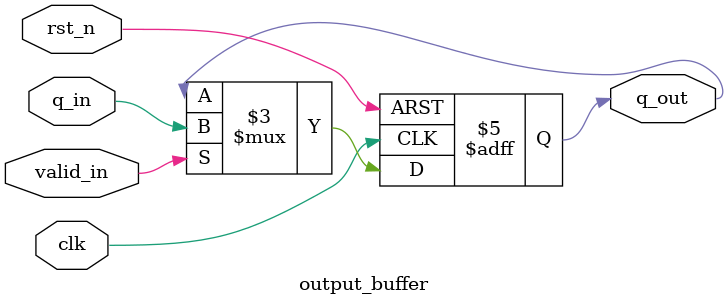
<source format=sv>
module clk_gate_async_rst #(
    parameter INIT = 0
) (
    input  wire clk,
    input  wire rst_n,
    input  wire en,
    input  wire valid_in,
    output wire q,
    output wire valid_out,
    output wire ready_in
);

    // Pipeline control signals
    wire valid_stage1, valid_stage2, valid_stage3;
    wire ready_stage1, ready_stage2, ready_stage3;
    
    // Internal data signals
    wire reset_signal_stage1, reset_signal_stage2;
    wire enable_signal_stage1, enable_signal_stage2;
    wire q_internal_stage2, q_internal_stage3;
    
    // Ready signal propagation (assuming always ready in this implementation)
    assign ready_in = 1'b1;
    assign ready_stage1 = 1'b1;
    assign ready_stage2 = 1'b1;
    assign ready_stage3 = 1'b1;
    
    // Stage 1: Reset and enable controllers
    reset_controller reset_ctrl (
        .clk(clk),
        .rst_n(rst_n),
        .rst_n_in(rst_n),
        .valid_in(valid_in),
        .valid_out(valid_stage1),
        .reset_out(reset_signal_stage1)
    );

    enable_controller en_ctrl (
        .clk(clk),
        .rst_n(rst_n),
        .enable_in(en),
        .valid_in(valid_in),
        .valid_out(),  // Connected through reset_controller
        .enable_out(enable_signal_stage1)
    );

    // Pipeline registers between stage 1 and 2
    pipeline_reg stage1_to_stage2 (
        .clk(clk),
        .rst_n(rst_n),
        .valid_in(valid_stage1),
        .valid_out(valid_stage2),
        .reset_in(reset_signal_stage1),
        .reset_out(reset_signal_stage2),
        .enable_in(enable_signal_stage1),
        .enable_out(enable_signal_stage2)
    );

    // Stage 2: Toggle logic
    toggle_logic #(
        .INIT(INIT)
    ) toggle_ctrl (
        .clk(clk),
        .rst_n(rst_n),
        .rst_n_pipe(reset_signal_stage2),
        .en(enable_signal_stage2),
        .valid_in(valid_stage2),
        .valid_out(valid_stage3),
        .q_out(q_internal_stage2)
    );
    
    // Pipeline registers between stage 2 and 3
    pipeline_reg_q stage2_to_stage3 (
        .clk(clk),
        .rst_n(rst_n),
        .valid_in(valid_stage3),
        .valid_out(valid_out),
        .q_in(q_internal_stage2),
        .q_out(q_internal_stage3)
    );

    // Stage 3: Output buffer
    output_buffer out_buffer (
        .clk(clk),
        .rst_n(rst_n),
        .q_in(q_internal_stage3),
        .valid_in(valid_out),
        .q_out(q)
    );

endmodule

// Pipeline register module for control signals
module pipeline_reg (
    input  wire clk,
    input  wire rst_n,
    input  wire valid_in,
    output reg  valid_out,
    input  wire reset_in,
    output reg  reset_out,
    input  wire enable_in,
    output reg  enable_out
);
    
    always @(posedge clk or negedge rst_n) begin
        if (!rst_n) begin
            valid_out <= 1'b0;
            reset_out <= 1'b0;
            enable_out <= 1'b0;
        end else begin
            valid_out <= valid_in;
            reset_out <= reset_in;
            enable_out <= enable_in;
        end
    end
endmodule

// Pipeline register module for data signals
module pipeline_reg_q (
    input  wire clk,
    input  wire rst_n,
    input  wire valid_in,
    output reg  valid_out,
    input  wire q_in,
    output reg  q_out
);
    
    always @(posedge clk or negedge rst_n) begin
        if (!rst_n) begin
            valid_out <= 1'b0;
            q_out <= 1'b0;
        end else begin
            valid_out <= valid_in;
            q_out <= q_in;
        end
    end
endmodule

// Reset controller module - Pipeline Stage 1
module reset_controller (
    input  wire clk,
    input  wire rst_n,
    input  wire rst_n_in,
    input  wire valid_in,
    output reg  valid_out,
    output reg  reset_out
);
    // Registered reset conditioning with valid signal
    always @(posedge clk or negedge rst_n) begin
        if (!rst_n) begin
            reset_out <= 1'b0;
            valid_out <= 1'b0;
        end else begin
            reset_out <= rst_n_in;
            valid_out <= valid_in;
        end
    end
endmodule

// Enable controller module - Pipeline Stage 1
module enable_controller (
    input  wire clk,
    input  wire rst_n,
    input  wire enable_in,
    input  wire valid_in,
    output reg  valid_out,
    output reg  enable_out
);
    // Registered enable conditioning with valid signal
    always @(posedge clk or negedge rst_n) begin
        if (!rst_n) begin
            enable_out <= 1'b0;
            valid_out <= 1'b0;
        end else begin
            enable_out <= enable_in;
            valid_out <= valid_in;
        end
    end
endmodule

// Toggle logic module - Pipeline Stage 2
module toggle_logic #(
    parameter INIT = 0
) (
    input  wire clk,
    input  wire rst_n,
    input  wire rst_n_pipe,
    input  wire en,
    input  wire valid_in,
    output reg  valid_out,
    output reg  q_out
);
    
    // Registered toggle logic with valid signal
    always @(posedge clk or negedge rst_n) begin
        if (!rst_n) begin
            q_out <= INIT;
            valid_out <= 1'b0;
        end else begin
            valid_out <= valid_in;
            
            if (!rst_n_pipe)
                q_out <= INIT;
            else if (en && valid_in)
                q_out <= ~q_out;
        end
    end
endmodule

// Output buffer module - Pipeline Stage 3
module output_buffer (
    input  wire clk,
    input  wire rst_n,
    input  wire q_in,
    input  wire valid_in,
    output reg  q_out
);
    // Registered output conditioning
    always @(posedge clk or negedge rst_n) begin
        if (!rst_n) begin
            q_out <= 1'b0;
        end else if (valid_in) begin
            q_out <= q_in;
        end
    end
endmodule
</source>
